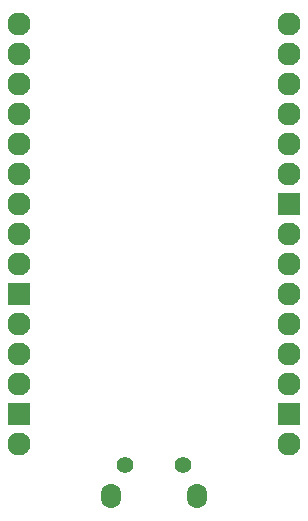
<source format=gbs>
G04 Layer_Color=16711935*
%FSLAX25Y25*%
%MOIN*%
G70*
G01*
G75*
%ADD80C,0.05524*%
%ADD81O,0.06706X0.08280*%
%ADD82C,0.07700*%
%ADD83R,0.07700X0.07700*%
D80*
X9550Y-127000D02*
D03*
X-9550D02*
D03*
D81*
X-14300Y-137400D02*
D03*
X14300D02*
D03*
D82*
X45000Y-120000D02*
D03*
Y-80000D02*
D03*
Y-90000D02*
D03*
Y-100000D02*
D03*
Y-70000D02*
D03*
Y-60000D02*
D03*
Y-50000D02*
D03*
Y20000D02*
D03*
Y10000D02*
D03*
Y0D02*
D03*
Y-10000D02*
D03*
Y-20000D02*
D03*
Y-30000D02*
D03*
X-45000Y-120000D02*
D03*
Y-80000D02*
D03*
Y-90000D02*
D03*
Y-100000D02*
D03*
Y-60000D02*
D03*
Y-50000D02*
D03*
Y-40000D02*
D03*
Y20000D02*
D03*
Y10000D02*
D03*
Y0D02*
D03*
Y-10000D02*
D03*
Y-20000D02*
D03*
Y-30000D02*
D03*
D83*
X45000Y-110000D02*
D03*
Y-40000D02*
D03*
X-45000Y-110000D02*
D03*
Y-70000D02*
D03*
M02*

</source>
